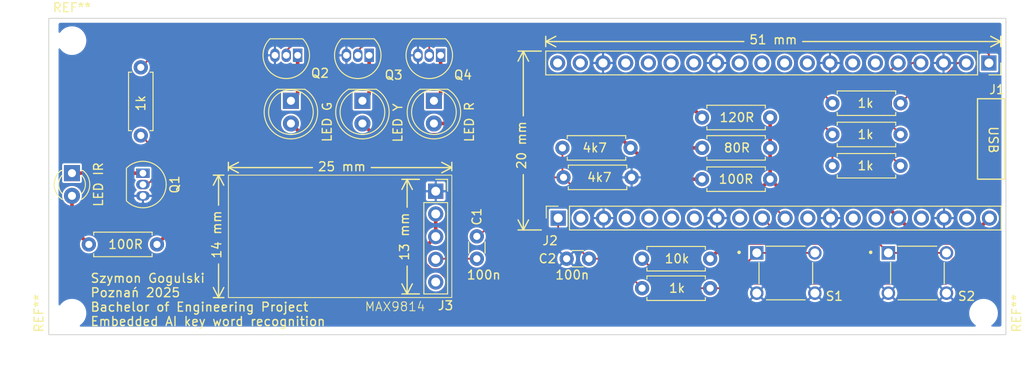
<source format=kicad_pcb>
(kicad_pcb (version 20221018) (generator pcbnew)
  (layers (0 "F.Cu" signal) (31 "B.Cu" signal) (34 "B.Paste" user) (35 "F.Paste" user) (36 "B.SilkS" user "B.Silkscreen") (37 "F.SilkS" user "F.Silkscreen") (38 "B.Mask" user) (39 "F.Mask" user) (44 "Edge.Cuts" user))
  (net 0 "")
  (net 1 "Net-(J3-Pin_4)")
  (net 2 "/ADC_0")
  (net 3 "/BUTTON")
  (net 4 "GND")
  (net 5 "Net-(D1-K)")
  (net 6 "Net-(D1-A)")
  (net 7 "Net-(D2-K)")
  (net 8 "Net-(D2-A)")
  (net 9 "Net-(D3-K)")
  (net 10 "Net-(D3-A)")
  (net 11 "Net-(D4-K)")
  (net 12 "Net-(D4-A)")
  (net 13 "/LED_IR")
  (net 14 "/LED_G")
  (net 15 "/LED_Y")
  (net 16 "/LED_R")
  (net 35 "/RUN")
  (net 39 "+3V3")
  (net 42 "+5V")
  (net 44 "Net-(Q1-B)")
  (net 45 "Net-(Q2-B)")
  (net 46 "Net-(Q3-B)")
  (net 47 "Net-(Q4-B)")
  (net 48 "Net-(R13-Pad1)")
  (footprint "Resistor_THT:R_Axial_DIN0207_L6.3mm_D2.5mm_P7.62mm_Horizontal" (layer "F.Cu") (at 182 64)
    (fp_text reference "100R" (at 3.81 0) (layer "F.SilkS"))
    (fp_text value "100R")
    (fp_line (start 0.54 -1.37) (end 7.08 -1.37) (stroke (width 0.12)) (layer "F.SilkS"))
    (fp_line (start 0.54 -1.04) (end 0.54 -1.37) (stroke (width 0.12)) (layer "F.SilkS"))
    (fp_line (start 0.54 1.04) (end 0.54 1.37) (stroke (width 0.12)) (layer "F.SilkS"))
    (fp_line (start 0.54 1.37) (end 7.08 1.37) (stroke (width 0.12)) (layer "F.SilkS"))
    (fp_line (start 7.08 -1.37) (end 7.08 -1.04) (stroke (width 0.12)) (layer "F.SilkS"))
    (fp_line (start 7.08 1.37) (end 7.08 1.04) (stroke (width 0.12)) (layer "F.SilkS"))
    (pad "1" thru_hole circle (at 0 0) (size 1.6 1.6) (drill 0.8) (layers "*.Cu" "*.Mask") (net 8 "Net-(D2-A)"))
    (pad "2" thru_hole oval (at 7.62 0) (size 1.6 1.6) (drill 0.8) (layers "*.Cu" "*.Mask") (net 39 "+3V3"))
  )
  (footprint "Capacitor_THT:C_Disc_D3.0mm_W1.6mm_P2.50mm" (layer "F.Cu") (at 156.8 72.9 90)
    (fp_text reference "C1" (at 4.7 0 90) (layer "F.SilkS"))
    (fp_text value "100n")
    (fp_line (start 0.621 -0.92) (end 1.879 -0.92) (stroke (width 0.12)) (layer "F.SilkS"))
    (fp_line (start 0.621 0.92) (end 1.879 0.92) (stroke (width 0.12)) (layer "F.SilkS"))
    (pad "1" thru_hole circle (at 0 0 90) (size 1.6 1.6) (drill 0.8) (layers "*.Cu" "*.Mask") (net 1 "Net-(J3-Pin_4)"))
    (pad "2" thru_hole circle (at 2.5 0 90) (size 1.6 1.6) (drill 0.8) (layers "*.Cu" "*.Mask") (net 2 "/ADC_0"))
  )
  (footprint "MountingHole:MountingHole_2.7mm" (layer "F.Cu") (at 111.5 48.5)
    (fp_text reference "REF**" (at 0 -3.7) (layer "F.SilkS"))
    (fp_text value "MountingHole_2.7mm")
    (pad "" np_thru_hole circle (at 0 0) (size 2.7 2.7) (drill 2.7) (layers "*.Cu" "*.Mask"))
  )
  (footprint "LED_THT:LED_D5.0mm" (layer "F.Cu") (at 152 55.23 -90)
    (fp_text reference "LED R" (at 2.37 -3.96 90) (layer "F.SilkS"))
    (fp_text value "LED_R")
    (fp_line (start -1.29 -1.545) (end -1.29 1.545) (stroke (width 0.12)) (layer "F.SilkS"))
    (fp_arc (start -1.29 -1.54483) (mid 2.072002 -2.880433) (end 4.26 0.000462) (stroke (width 0.12)) (layer "F.SilkS"))
    (fp_arc (start 4.26 -0.000462) (mid 2.072002 2.880433) (end -1.29 1.54483) (stroke (width 0.12)) (layer "F.SilkS"))
    (fp_circle (center 1.27 0) (end 3.77 0) (stroke (width 0.12)) (fill none) (layer "F.SilkS"))
    (pad "1" thru_hole rect (at 0 0 270) (size 1.8 1.8) (drill 0.9) (layers "*.Cu" "*.Mask") (net 11 "Net-(D4-K)"))
    (pad "2" thru_hole circle (at 2.54 0 270) (size 1.8 1.8) (drill 0.9) (layers "*.Cu" "*.Mask") (net 12 "Net-(D4-A)"))
  )
  (footprint "Resistor_THT:R_Axial_DIN0207_L6.3mm_D2.5mm_P7.62mm_Horizontal" (layer "F.Cu") (at 204.21 59 180)
    (fp_text reference "1k" (at 3.91 0) (layer "F.SilkS"))
    (fp_text value "1k")
    (fp_line (start 0.54 -1.37) (end 7.08 -1.37) (stroke (width 0.12)) (layer "F.SilkS"))
    (fp_line (start 0.54 -1.04) (end 0.54 -1.37) (stroke (width 0.12)) (layer "F.SilkS"))
    (fp_line (start 0.54 1.04) (end 0.54 1.37) (stroke (width 0.12)) (layer "F.SilkS"))
    (fp_line (start 0.54 1.37) (end 7.08 1.37) (stroke (width 0.12)) (layer "F.SilkS"))
    (fp_line (start 7.08 -1.37) (end 7.08 -1.04) (stroke (width 0.12)) (layer "F.SilkS"))
    (fp_line (start 7.08 1.37) (end 7.08 1.04) (stroke (width 0.12)) (layer "F.SilkS"))
    (pad "1" thru_hole circle (at 0 0 180) (size 1.6 1.6) (drill 0.8) (layers "*.Cu" "*.Mask") (net 15 "/LED_Y"))
    (pad "2" thru_hole oval (at 7.62 0 180) (size 1.6 1.6) (drill 0.8) (layers "*.Cu" "*.Mask") (net 46 "Net-(Q3-B)"))
  )
  (footprint "1825967-1:SW_1825967-1" (layer "F.Cu") (at 191.375 74.5)
    (fp_text reference "S1" (at 5.425 2.6) (layer "F.SilkS"))
    (fp_text value "1825967-1")
    (fp_line (start -3 1.17) (end -3 -1.17) (stroke (width 0.127)) (layer "F.SilkS"))
    (fp_line (start -2.17 3) (end 2.17 3) (stroke (width 0.127)) (layer "F.SilkS"))
    (fp_line (start 2.17 -3) (end -2.17 -3) (stroke (width 0.127)) (layer "F.SilkS"))
    (fp_line (start 3 -1.17) (end 3 1.17) (stroke (width 0.127)) (layer "F.SilkS"))
    (fp_circle (center -5.23 -2.312) (end -5.13 -2.312) (stroke (width 0.2)) (fill none) (layer "F.SilkS"))
    (pad "1" thru_hole rect (at -3.25 -2.25) (size 1.508 1.508) (drill 1) (layers "*.Cu" "*.Mask") (net 48 "Net-(R13-Pad1)"))
    (pad "2" thru_hole circle (at 3.25 -2.25) (size 1.508 1.508) (drill 1) (layers "*.Cu" "*.Mask") (net 48 "Net-(R13-Pad1)"))
    (pad "3" thru_hole circle (at -3.25 2.25) (size 1.508 1.508) (drill 1) (layers "*.Cu" "*.Mask") (net 4 "GND"))
    (pad "4" thru_hole circle (at 3.25 2.25) (size 1.508 1.508) (drill 1) (layers "*.Cu" "*.Mask") (net 4 "GND"))
  )
  (footprint "1825967-1:SW_1825967-1" (layer "F.Cu") (at 206.1 74.5)
    (fp_text reference "S2" (at 5.5 2.6) (layer "F.SilkS"))
    (fp_text value "1825967-1")
    (fp_line (start -3 1.17) (end -3 -1.17) (stroke (width 0.127)) (layer "F.SilkS"))
    (fp_line (start -2.17 3) (end 2.17 3) (stroke (width 0.127)) (layer "F.SilkS"))
    (fp_line (start 2.17 -3) (end -2.17 -3) (stroke (width 0.127)) (layer "F.SilkS"))
    (fp_line (start 3 -1.17) (end 3 1.17) (stroke (width 0.127)) (layer "F.SilkS"))
    (fp_circle (center -5.23 -2.312) (end -5.13 -2.312) (stroke (width 0.2)) (fill none) (layer "F.SilkS"))
    (pad "1" thru_hole rect (at -3.25 -2.25) (size 1.508 1.508) (drill 1) (layers "*.Cu" "*.Mask") (net 35 "/RUN"))
    (pad "2" thru_hole circle (at 3.25 -2.25) (size 1.508 1.508) (drill 1) (layers "*.Cu" "*.Mask") (net 35 "/RUN"))
    (pad "3" thru_hole circle (at -3.25 2.25) (size 1.508 1.508) (drill 1) (layers "*.Cu" "*.Mask") (net 4 "GND"))
    (pad "4" thru_hole circle (at 3.25 2.25) (size 1.508 1.508) (drill 1) (layers "*.Cu" "*.Mask") (net 4 "GND"))
  )
  (footprint "Resistor_THT:R_Axial_DIN0207_L6.3mm_D2.5mm_P7.62mm_Horizontal" (layer "F.Cu") (at 204.21 62.5 180)
    (fp_text reference "1k" (at 3.91 0) (layer "F.SilkS"))
    (fp_text value "1k")
    (fp_line (start 0.54 -1.37) (end 7.08 -1.37) (stroke (width 0.12)) (layer "F.SilkS"))
    (fp_line (start 0.54 -1.04) (end 0.54 -1.37) (stroke (width 0.12)) (layer "F.SilkS"))
    (fp_line (start 0.54 1.04) (end 0.54 1.37) (stroke (width 0.12)) (layer "F.SilkS"))
    (fp_line (start 0.54 1.37) (end 7.08 1.37) (stroke (width 0.12)) (layer "F.SilkS"))
    (fp_line (start 7.08 -1.37) (end 7.08 -1.04) (stroke (width 0.12)) (layer "F.SilkS"))
    (fp_line (start 7.08 1.37) (end 7.08 1.04) (stroke (width 0.12)) (layer "F.SilkS"))
    (pad "1" thru_hole circle (at 0 0 180) (size 1.6 1.6) (drill 0.8) (layers "*.Cu" "*.Mask") (net 16 "/LED_R"))
    (pad "2" thru_hole oval (at 7.62 0 180) (size 1.6 1.6) (drill 0.8) (layers "*.Cu" "*.Mask") (net 47 "Net-(Q4-B)"))
  )
  (footprint "Resistor_THT:R_Axial_DIN0207_L6.3mm_D2.5mm_P7.62mm_Horizontal" (layer "F.Cu") (at 113.39 71.3)
    (fp_text reference "100R" (at 4.11 0) (layer "F.SilkS"))
    (fp_text value "100R")
    (fp_line (start 0.54 -1.37) (end 7.08 -1.37) (stroke (width 0.12)) (layer "F.SilkS"))
    (fp_line (start 0.54 -1.04) (end 0.54 -1.37) (stroke (width 0.12)) (layer "F.SilkS"))
    (fp_line (start 0.54 1.04) (end 0.54 1.37) (stroke (width 0.12)) (layer "F.SilkS"))
    (fp_line (start 0.54 1.37) (end 7.08 1.37) (stroke (width 0.12)) (layer "F.SilkS"))
    (fp_line (start 7.08 -1.37) (end 7.08 -1.04) (stroke (width 0.12)) (layer "F.SilkS"))
    (fp_line (start 7.08 1.37) (end 7.08 1.04) (stroke (width 0.12)) (layer "F.SilkS"))
    (pad "1" thru_hole circle (at 0 0) (size 1.6 1.6) (drill 0.8) (layers "*.Cu" "*.Mask") (net 6 "Net-(D1-A)"))
    (pad "2" thru_hole oval (at 7.62 0) (size 1.6 1.6) (drill 0.8) (layers "*.Cu" "*.Mask") (net 39 "+3V3"))
  )
  (footprint "Package_TO_SOT_THT:TO-92_Inline" (layer "F.Cu") (at 136.75 50.14 180)
    (fp_text reference "Q2" (at -2.5 -2) (layer "F.SilkS"))
    (fp_text value "BC546")
    (fp_line (start -0.53 1.85) (end 3.07 1.85) (stroke (width 0.12)) (layer "F.SilkS"))
    (fp_arc (start -0.568478 1.838478) (mid -1.132087 -0.994977) (end 1.27 -2.6) (stroke (width 0.12)) (layer "F.SilkS"))
    (fp_arc (start 1.27 -2.6) (mid 3.672087 -0.994977) (end 3.108478 1.838478) (stroke (width 0.12)) (layer "F.SilkS"))
    (pad "1" thru_hole rect (at 0 0 180) (size 1.05 1.5) (drill 0.75) (layers "*.Cu" "*.Mask") (net 7 "Net-(D2-K)"))
    (pad "2" thru_hole oval (at 1.27 0 180) (size 1.05 1.5) (drill 0.75) (layers "*.Cu" "*.Mask") (net 45 "Net-(Q2-B)"))
    (pad "3" thru_hole oval (at 2.54 0 180) (size 1.05 1.5) (drill 0.75) (layers "*.Cu" "*.Mask") (net 4 "GND"))
  )
  (footprint "LED_THT:LED_D5.0mm" (layer "F.Cu") (at 136 55.23 -90)
    (fp_text reference "LED G" (at 2.37 -4.045 90) (layer "F.SilkS"))
    (fp_text value "LED_G")
    (fp_line (start -1.29 -1.545) (end -1.29 1.545) (stroke (width 0.12)) (layer "F.SilkS"))
    (fp_arc (start -1.29 -1.54483) (mid 2.072002 -2.880433) (end 4.26 0.000462) (stroke (width 0.12)) (layer "F.SilkS"))
    (fp_arc (start 4.26 -0.000462) (mid 2.072002 2.880433) (end -1.29 1.54483) (stroke (width 0.12)) (layer "F.SilkS"))
    (fp_circle (center 1.27 0) (end 3.77 0) (stroke (width 0.12)) (fill none) (layer "F.SilkS"))
    (pad "1" thru_hole rect (at 0 0 270) (size 1.8 1.8) (drill 0.9) (layers "*.Cu" "*.Mask") (net 7 "Net-(D2-K)"))
    (pad "2" thru_hole circle (at 2.54 0 270) (size 1.8 1.8) (drill 0.9) (layers "*.Cu" "*.Mask") (net 8 "Net-(D2-A)"))
  )
  (footprint "Resistor_THT:R_Axial_DIN0207_L6.3mm_D2.5mm_P7.62mm_Horizontal" (layer "F.Cu") (at 175.29 76.2)
    (fp_text reference "1k" (at 3.91 0) (layer "F.SilkS"))
    (fp_text value "1k")
    (fp_line (start 0.54 -1.37) (end 7.08 -1.37) (stroke (width 0.12)) (layer "F.SilkS"))
    (fp_line (start 0.54 -1.04) (end 0.54 -1.37) (stroke (width 0.12)) (layer "F.SilkS"))
    (fp_line (start 0.54 1.04) (end 0.54 1.37) (stroke (width 0.12)) (layer "F.SilkS"))
    (fp_line (start 0.54 1.37) (end 7.08 1.37) (stroke (width 0.12)) (layer "F.SilkS"))
    (fp_line (start 7.08 -1.37) (end 7.08 -1.04) (stroke (width 0.12)) (layer "F.SilkS"))
    (fp_line (start 7.08 1.37) (end 7.08 1.04) (stroke (width 0.12)) (layer "F.SilkS"))
    (pad "1" thru_hole circle (at 0 0) (size 1.6 1.6) (drill 0.8) (layers "*.Cu" "*.Mask") (net 3 "/BUTTON"))
    (pad "2" thru_hole oval (at 7.62 0) (size 1.6 1.6) (drill 0.8) (layers "*.Cu" "*.Mask") (net 48 "Net-(R13-Pad1)"))
  )
  (footprint "MountingHole:MountingHole_2.7mm" (layer "F.Cu") (at 111.5 79 90)
    (fp_text reference "REF**" (at 0 -3.7 90) (layer "F.SilkS"))
    (fp_text value "MountingHole_2.7mm")
    (pad "" np_thru_hole circle (at 0 0 90) (size 2.7 2.7) (drill 2.7) (layers "F&B.Cu" "*.Mask"))
  )
  (footprint "Resistor_THT:R_Axial_DIN0207_L6.3mm_D2.5mm_P7.62mm_Horizontal" (layer "F.Cu") (at 119.2 51.49 -90)
    (fp_text reference "1k" (at 4.01 0 90) (layer "F.SilkS"))
    (fp_text value "1k")
    (fp_line (start 0.54 -1.37) (end 7.08 -1.37) (stroke (width 0.12)) (layer "F.SilkS"))
    (fp_line (start 0.54 -1.04) (end 0.54 -1.37) (stroke (width 0.12)) (layer "F.SilkS"))
    (fp_line (start 0.54 1.04) (end 0.54 1.37) (stroke (width 0.12)) (layer "F.SilkS"))
    (fp_line (start 0.54 1.37) (end 7.08 1.37) (stroke (width 0.12)) (layer "F.SilkS"))
    (fp_line (start 7.08 -1.37) (end 7.08 -1.04) (stroke (width 0.12)) (layer "F.SilkS"))
    (fp_line (start 7.08 1.37) (end 7.08 1.04) (stroke (width 0.12)) (layer "F.SilkS"))
    (pad "1" thru_hole circle (at 0 0 270) (size 1.6 1.6) (drill 0.8) (layers "*.Cu" "*.Mask") (net 13 "/LED_IR"))
    (pad "2" thru_hole oval (at 7.62 0 270) (size 1.6 1.6) (drill 0.8) (layers "*.Cu" "*.Mask") (net 44 "Net-(Q1-B)"))
  )
  (footprint "Resistor_THT:R_Axial_DIN0207_L6.3mm_D2.5mm_P7.62mm_Horizontal" (layer "F.Cu") (at 204.21 55.5 180)
    (fp_text reference "1k" (at 3.91 0) (layer "F.SilkS"))
    (fp_text value "1k")
    (fp_line (start 0.54 -1.37) (end 7.08 -1.37) (stroke (width 0.12)) (layer "F.SilkS"))
    (fp_line (start 0.54 -1.04) (end 0.54 -1.37) (stroke (width 0.12)) (layer "F.SilkS"))
    (fp_line (start 0.54 1.04) (end 0.54 1.37) (stroke (width 0.12)) (layer "F.SilkS"))
    (fp_line (start 0.54 1.37) (end 7.08 1.37) (stroke (width 0.12)) (layer "F.SilkS"))
    (fp_line (start 7.08 -1.37) (end 7.08 -1.04) (stroke (width 0.12)) (layer "F.SilkS"))
    (fp_line (start 7.08 1.37) (end 7.08 1.04) (stroke (width 0.12)) (layer "F.SilkS"))
    (pad "1" thru_hole circle (at 0 0 180) (size 1.6 1.6) (drill 0.8) (layers "*.Cu" "*.Mask") (net 14 "/LED_G"))
    (pad "2" thru_hole oval (at 7.62 0 180) (size 1.6 1.6) (drill 0.8) (layers "*.Cu" "*.Mask") (net 45 "Net-(Q2-B)"))
  )
  (footprint "Package_TO_SOT_THT:TO-92_Inline" (layer "F.Cu") (at 144.75 50.14 180)
    (fp_text reference "Q3" (at -2.745 -2.2) (layer "F.SilkS"))
    (fp_text value "BC546")
    (fp_line (start -0.53 1.85) (end 3.07 1.85) (stroke (width 0.12)) (layer "F.SilkS"))
    (fp_arc (start -0.568478 1.838478) (mid -1.132087 -0.994977) (end 1.27 -2.6) (stroke (width 0.12)) (layer "F.SilkS"))
    (fp_arc (start 1.27 -2.6) (mid 3.672087 -0.994977) (end 3.108478 1.838478) (stroke (width 0.12)) (layer "F.SilkS"))
    (pad "1" thru_hole rect (at 0 0 180) (size 1.05 1.5) (drill 0.75) (layers "*.Cu" "*.Mask") (net 9 "Net-(D3-K)"))
    (pad "2" thru_hole oval (at 1.27 0 180) (size 1.05 1.5) (drill 0.75) (layers "*.Cu" "*.Mask") (net 46 "Net-(Q3-B)"))
    (pad "3" thru_hole oval (at 2.54 0 180) (size 1.05 1.5) (drill 0.75) (layers "*.Cu" "*.Mask") (net 4 "GND"))
  )
  (footprint "Resistor_THT:R_Axial_DIN0207_L6.3mm_D2.5mm_P7.62mm_Horizontal" (layer "F.Cu") (at 174 60.5 180)
    (fp_text reference "4k7" (at 4.01 0) (layer "F.SilkS"))
    (fp_text value "4k7")
    (fp_line (start 0.54 -1.37) (end 7.08 -1.37) (stroke (width 0.12)) (layer "F.SilkS"))
    (fp_line (start 0.54 -1.04) (end 0.54 -1.37) (stroke (width 0.12)) (layer "F.SilkS"))
    (fp_line (start 0.54 1.04) (end 0.54 1.37) (stroke (width 0.12)) (layer "F.SilkS"))
    (fp_line (start 0.54 1.37) (end 7.08 1.37) (stroke (width 0.12)) (layer "F.SilkS"))
    (fp_line (start 7.08 -1.37) (end 7.08 -1.04) (stroke (width 0.12)) (layer "F.SilkS"))
    (fp_line (start 7.08 1.37) (end 7.08 1.04) (stroke (width 0.12)) (layer "F.SilkS"))
    (pad "1" thru_hole circle (at 0 0 180) (size 1.6 1.6) (drill 0.8) (layers "*.Cu" "*.Mask") (net 39 "+3V3"))
    (pad "2" thru_hole oval (at 7.62 0 180) (size 1.6 1.6) (drill 0.8) (layers "*.Cu" "*.Mask") (net 2 "/ADC_0"))
  )
  (footprint "Package_TO_SOT_THT:TO-92_Inline" (layer "F.Cu") (at 152.75 50.14 180)
    (fp_text reference "Q4" (at -2.495 -2.2) (layer "F.SilkS"))
    (fp_text value "BC546")
    (fp_line (start -0.53 1.85) (end 3.07 1.85) (stroke (width 0.12)) (layer "F.SilkS"))
    (fp_arc (start -0.568478 1.838478) (mid -1.132087 -0.994977) (end 1.27 -2.6) (stroke (width 0.12)) (layer "F.SilkS"))
    (fp_arc (start 1.27 -2.6) (mid 3.672087 -0.994977) (end 3.108478 1.838478) (stroke (width 0.12)) (layer "F.SilkS"))
    (pad "1" thru_hole rect (at 0 0 180) (size 1.05 1.5) (drill 0.75) (layers "*.Cu" "*.Mask") (net 11 "Net-(D4-K)"))
    (pad "2" thru_hole oval (at 1.27 0 180) (size 1.05 1.5) (drill 0.75) (layers "*.Cu" "*.Mask") (net 47 "Net-(Q4-B)"))
    (pad "3" thru_hole oval (at 2.54 0 180) (size 1.05 1.5) (drill 0.75) (layers "*.Cu" "*.Mask") (net 4 "GND"))
  )
  (footprint "Connector_PinSocket_2.54mm:PinSocket_1x20_P2.54mm_Vertical" (layer "F.Cu") (at 214.1 51 -90)
    (fp_text reference "J1" (at 2.975 -0.9 -180) (layer "F.SilkS"))
    (fp_text value "Conn_01x20")
    (fp_line (start -1.33 1.27) (end -1.33 49.59) (stroke (width 0.12)) (layer "F.SilkS"))
    (fp_line (start -1.33 1.27) (end 1.33 1.27) (stroke (width 0.12)) (layer "F.SilkS"))
    (fp_line (start -1.33 49.59) (end 1.33 49.59) (stroke (width 0.12)) (layer "F.SilkS"))
    (fp_line (start 0 -1.33) (end 1.33 -1.33) (stroke (width 0.12)) (layer "F.SilkS"))
    (fp_line (start 1.33 -1.33) (end 1.33 0) (stroke (width 0.12)) (layer "F.SilkS"))
    (fp_line (start 1.33 1.27) (end 1.33 49.59) (stroke (width 0.12)) (layer "F.SilkS"))
    (pad "1" thru_hole rect (at 0 0 270) (size 1.7 1.7) (drill 1) (layers "*.Cu" "*.Mask") (net 13 "/LED_IR"))
    (pad "2" thru_hole oval (at 0 2.54 270) (size 1.7 1.7) (drill 1) (layers "*.Cu" "*.Mask") (net 14 "/LED_G"))
    (pad "3" thru_hole oval (at 0 5.08 270) (size 1.7 1.7) (drill 1) (layers "*.Cu" "*.Mask") (net 4 "GND"))
    (pad "4" thru_hole oval (at 0 7.62 270) (size 1.7 1.7) (drill 1) (layers "*.Cu" "*.Mask") (net 15 "/LED_Y"))
    (pad "5" thru_hole oval (at 0 10.16 270) (size 1.7 1.7) (drill 1) (layers "*.Cu" "*.Mask") (net 16 "/LED_R"))
    (pad "6" thru_hole oval (at 0 12.7 270) (size 1.7 1.7) (drill 1) (layers "*.Cu" "*.Mask"))
    (pad "7" thru_hole oval (at 0 15.24 270) (size 1.7 1.7) (drill 1) (layers "*.Cu" "*.Mask"))
    (pad "8" thru_hole oval (at 0 17.78 270) (size 1.7 1.7) (drill 1) (layers "*.Cu" "*.Mask") (net 4 "GND"))
    (pad "9" thru_hole oval (at 0 20.32 270) (size 1.7 1.7) (drill 1) (layers "*.Cu" "*.Mask"))
    (pad "10" thru_hole oval (at 0 22.86 270) (size 1.7 1.7) (drill 1) (layers "*.Cu" "*.Mask"))
    (pad "11" thru_hole oval (at 0 25.4 270) (size 1.7 1.7) (drill 1) (layers "*.Cu" "*.Mask"))
    (pad "12" thru_hole oval (at 0 27.94 270) (size 1.7 1.7) (drill 1) (layers "*.Cu" "*.Mask"))
    (pad "13" thru_hole oval (at 0 30.48 270) (size 1.7 1.7) (drill 1) (layers "*.Cu" "*.Mask") (net 4 "GND"))
    (pad "14" thru_hole oval (at 0 33.02 270) (size 1.7 1.7) (drill 1) (layers "*.Cu" "*.Mask"))
    (pad "15" thru_hole oval (at 0 35.56 270) (size 1.7 1.7) (drill 1) (layers "*.Cu" "*.Mask"))
    (pad "16" thru_hole oval (at 0 38.1 270) (size 1.7 1.7) (drill 1) (layers "*.Cu" "*.Mask"))
    (pad "17" thru_hole oval (at 0 40.64 270) (size 1.7 1.7) (drill 1) (layers "*.Cu" "*.Mask"))
    (pad "18" thru_hole oval (at 0 43.18 270) (size 1.7 1.7) (drill 1) (layers "*.Cu" "*.Mask") (net 4 "GND"))
    (pad "19" thru_hole oval (at 0 45.72 270) (size 1.7 1.7) (drill 1) (layers "*.Cu" "*.Mask"))
    (pad "20" thru_hole oval (at 0 48.26 270) (size 1.7 1.7) (drill 1) (layers "*.Cu" "*.Mask"))
  )
  (footprint "Resistor_THT:R_Axial_DIN0207_L6.3mm_D2.5mm_P7.62mm_Horizontal" (layer "F.Cu") (at 182 60.5)
    (fp_text reference "80R" (at 3.91 0) (layer "F.SilkS"))
    (fp_text value "80R")
    (fp_line (start 0.54 -1.37) (end 7.08 -1.37) (stroke (width 0.12)) (layer "F.SilkS"))
    (fp_line (start 0.54 -1.04) (end 0.54 -1.37) (stroke (width 0.12)) (layer "F.SilkS"))
    (fp_line (start 0.54 1.04) (end 0.54 1.37) (stroke (width 0.12)) (layer "F.SilkS"))
    (fp_line (start 0.54 1.37) (end 7.08 1.37) (stroke (width 0.12)) (layer "F.SilkS"))
    (fp_line (start 7.08 -1.37) (end 7.08 -1.04) (stroke (width 0.12)) (layer "F.SilkS"))
    (fp_line (start 7.08 1.37) (end 7.08 1.04) (stroke (width 0.12)) (layer "F.SilkS"))
    (pad "1" thru_hole circle (at 0 0) (size 1.6 1.6) (drill 0.8) (layers "*.Cu" "*.Mask") (net 10 "Net-(D3-A)"))
    (pad "2" thru_hole oval (at 7.62 0) (size 1.6 1.6) (drill 0.8) (layers "*.Cu" "*.Mask") (net 39 "+3V3"))
  )
  (footprint "LED_THT:LED_D5.0mm" (layer "F.Cu") (at 144 55.23 -90)
    (fp_text reference "LED Y" (at 2.47 -3.96 90) (layer "F.SilkS"))
    (fp_text value "LED_Y")
    (fp_line (start -1.29 -1.545) (end -1.29 1.545) (stroke (width 0.12)) (layer "F.SilkS"))
    (fp_arc (start -1.29 -1.54483) (mid 2.072002 -2.880433) (end 4.26 0.000462) (stroke (width 0.12)) (layer "F.SilkS"))
    (fp_arc (start 4.26 -0.000462) (mid 2.072002 2.880433) (end -1.29 1.54483) (stroke (width 0.12)) (layer "F.SilkS"))
    (fp_circle (center 1.27 0) (end 3.77 0) (stroke (width 0.12)) (fill none) (layer "F.SilkS"))
    (pad "1" thru_hole rect (at 0 0 270) (size 1.8 1.8) (drill 0.9) (layers "*.Cu" "*.Mask") (net 9 "Net-(D3-K)"))
    (pad "2" thru_hole circle (at 2.54 0 270) (size 1.8 1.8) (drill 0.9) (layers "*.Cu" "*.Mask") (net 10 "Net-(D3-A)"))
  )
  (footprint "Connector_PinSocket_2.54mm:PinSocket_1x20_P2.54mm_Vertical" (layer "F.Cu") (at 165.9 68.355 90)
    (fp_text reference "J2" (at -2.525 -0.9) (layer "F.SilkS"))
    (fp_text value "Conn_01x20")
    (fp_line (start -1.33 1.27) (end -1.33 49.59) (stroke (width 0.12)) (layer "F.SilkS"))
    (fp_line (start -1.33 1.27) (end 1.33 1.27) (stroke (width 0.12)) (layer "F.SilkS"))
    (fp_line (start -1.33 49.59) (end 1.33 49.59) (stroke (width 0.12)) (layer "F.SilkS"))
    (fp_line (start 0 -1.33) (end 1.33 -1.33) (stroke (width 0.12)) (layer "F.SilkS"))
    (fp_line (start 1.33 -1.33) (end 1.33 0) (stroke (width 0.12)) (layer "F.SilkS"))
    (fp_line (start 1.33 1.27) (end 1.33 49.59) (stroke (width 0.12)) (layer "F.SilkS"))
    (pad "1" thru_hole rect (at 0 0 90) (size 1.7 1.7) (drill 1) (layers "*.Cu" "*.Mask") (net 3 "/BUTTON"))
    (pad "2" thru_hole oval (at 0 2.54 90) (size 1.7 1.7) (drill 1) (layers "*.Cu" "*.Mask"))
    (pad "3" thru_hole oval (at 0 5.08 90) (size 1.7 1.7) (drill 1) (layers "*.Cu" "*.Mask") (net 4 "GND"))
    (pad "4" thru_hole oval (at 0 7.62 90) (size 1.7 1.7) (drill 1) (layers "*.Cu" "*.Mask"))
    (pad "5" thru_hole oval (at 0 10.16 90) (size 1.7 1.7) (drill 1) (layers "*.Cu" "*.Mask"))
    (pad "6" thru_hole oval (at 0 12.7 90) (size 1.7 1.7) (drill 1) (layers "*.Cu" "*.Mask"))
    (pad "7" thru_hole oval (at 0 15.24 90) (size 1.7 1.7) (drill 1) (layers "*.Cu" "*.Mask"))
    (pad "8" thru_hole oval (at 0 17.78 90) (size 1.7 1.7) (drill 1) (layers "*.Cu" "*.Mask") (net 4 "GND"))
    (pad "9" thru_hole oval (at 0 20.32 90) (size 1.7 1.7) (drill 1) (layers "*.Cu" "*.Mask"))
    (pad "10" thru_hole oval (at 0 22.86 90) (size 1.7 1.7) (drill 1) (layers "*.Cu" "*.Mask") (net 35 "/RUN"))
    (pad "11" thru_hole oval (at 0 25.4 90) (size 1.7 1.7) (drill 1) (layers "*.Cu" "*.Mask") (net 2 "/ADC_0"))
    (pad "12" thru_hole oval (at 0 27.94 90) (size 1.7 1.7) (drill 1) (layers "*.Cu" "*.Mask"))
    (pad "13" thru_hole oval (at 0 30.48 90) (size 1.7 1.7) (drill 1) (layers "*.Cu" "*.Mask") (net 4 "GND"))
    (pad "14" thru_hole oval (at 0 33.02 90) (size 1.7 1.7) (drill 1) (layers "*.Cu" "*.Mask"))
    (pad "15" thru_hole oval (at 0 35.56 90) (size 1.7 1.7) (drill 1) (layers "*.Cu" "*.Mask"))
    (pad "16" thru_hole oval (at 0 38.1 90) (size 1.7 1.7) (drill 1) (layers "*.Cu" "*.Mask") (net 39 "+3V3"))
    (pad "17" thru_hole oval (at 0 40.64 90) (size 1.7 1.7) (drill 1) (layers "*.Cu" "*.Mask"))
    (pad "18" thru_hole oval (at 0 43.18 90) (size 1.7 1.7) (drill 1) (layers "*.Cu" "*.Mask") (net 4 "GND"))
    (pad "19" thru_hole oval (at 0 45.72 90) (size 1.7 1.7) (drill 1) (layers "*.Cu" "*.Mask"))
    (pad "20" thru_hole oval (at 0 48.26 90) (size 1.7 1.7) (drill 1) (layers "*.Cu" "*.Mask") (net 42 "+5V"))
  )
  (footprint "Package_TO_SOT_THT:TO-92_Inline" (layer "F.Cu") (at 119.44 63.33 -90)
    (fp_text reference "Q1" (at 1.27 -3.56 90) (layer "F.SilkS"))
    (fp_text value "BC546")
    (fp_line (start -0.53 1.85) (end 3.07 1.85) (stroke (width 0.12)) (layer "F.SilkS"))
    (fp_arc (start -0.568478 1.838478) (mid -1.132087 -0.994977) (end 1.27 -2.6) (stroke (width 0.12)) (layer "F.SilkS"))
    (fp_arc (start 1.27 -2.6) (mid 3.672087 -0.994977) (end 3.108478 1.838478) (stroke (width 0.12)) (layer "F.SilkS"))
    (pad "1" thru_hole rect (at 0 0 270) (size 1.05 1.5) (drill 0.75) (layers "*.Cu" "*.Mask") (net 5 "Net-(D1-K)"))
    (pad "2" thru_hole oval (at 1.27 0 270) (size 1.05 1.5) (drill 0.75) (layers "*.Cu" "*.Mask") (net 44 "Net-(Q1-B)"))
    (pad "3" thru_hole oval (at 2.54 0 270) (size 1.05 1.5) (drill 0.75) (layers "*.Cu" "*.Mask") (net 4 "GND"))
  )
  (footprint "Resistor_THT:R_Axial_DIN0207_L6.3mm_D2.5mm_P7.62mm_Horizontal" (layer "F.Cu") (at 166.5 63.8)
    (fp_text reference "4k7" (at 4.01 0) (layer "F.SilkS"))
    (fp_text value "4k7")
    (fp_line (start 0.54 -1.37) (end 7.08 -1.37) (stroke (width 0.12)) (layer "F.SilkS"))
    (fp_line (start 0.54 -1.04) (end 0.54 -1.37) (stroke (width 0.12)) (layer "F.SilkS"))
    (fp_line (start 0.54 1.04) (end 0.54 1.37) (stroke (width 0.12)) (layer "F.SilkS"))
    (fp_line (start 0.54 1.37) (end 7.08 1.37) (stroke (width 0.12)) (layer "F.SilkS"))
    (fp_line (start 7.08 -1.37) (end 7.08 -1.04) (stroke (width 0.12)) (layer "F.SilkS"))
    (fp_line (start 7.08 1.37) (end 7.08 1.04) (stroke (width 0.12)) (layer "F.SilkS"))
    (pad "1" thru_hole circle (at 0 0) (size 1.6 1.6) (drill 0.8) (layers "*.Cu" "*.Mask") (net 2 "/ADC_0"))
    (pad "2" thru_hole oval (at 7.62 0) (size 1.6 1.6) (drill 0.8) (layers "*.Cu" "*.Mask") (net 4 "GND"))
  )
  (footprint "MountingHole:MountingHole_2.7mm" (layer "F.Cu") (at 213.5 79 -90)
    (fp_text reference "REF**" (at 0 -3.7 90) (layer "F.SilkS"))
    (fp_text value "MountingHole_2.7mm")
    (pad "" np_thru_hole circle (at 0 0 270) (size 2.7 2.7) (drill 2.7) (layers "F&B.Cu" "*.Mask"))
  )
  (footprint "LED_THT:LED_D3.0mm" (layer "F.Cu") (at 111.5 63.325 -90)
    (fp_text reference "LED IR" (at 1.27 -2.96 90) (layer "F.SilkS"))
    (fp_text value "LED_IR")
    (fp_line (start -0.29 -1.236) (end -0.29 -1.08) (stroke (width 0.12)) (layer "F.SilkS"))
    (fp_line (start -0.29 1.08) (end -0.29 1.236) (stroke (width 0.12)) (layer "F.SilkS"))
    (fp_arc (start -0.29 -1.235516) (mid 1.366487 -1.987659) (end 2.942335 -1.078608) (stroke (width 0.12)) (layer "F.SilkS"))
    (fp_arc (start 0.229039 -1.08) (mid 1.270117 -1.5) (end 2.31113 -1.079837) (stroke (width 0.12)) (layer "F.SilkS"))
    (fp_arc (start 2.31113 1.079837) (mid 1.270117 1.5) (end 0.229039 1.08) (stroke (width 0.12)) (layer "F.SilkS"))
    (fp_arc (start 2.942335 1.078608) (mid 1.366487 1.987659) (end -0.29 1.235516) (stroke (width 0.12)) (layer "F.SilkS"))
    (pad "1" thru_hole rect (at 0 0 270) (size 1.8 1.8) (drill 0.9) (layers "*.Cu" "*.Mask") (net 5 "Net-(D1-K)"))
    (pad "2" thru_hole circle (at 2.54 0 270) (size 1.8 1.8) (drill 0.9) (layers "*.Cu" "*.Mask") (net 6 "Net-(D1-A)"))
  )
  (footprint "Resistor_THT:R_Axial_DIN0207_L6.3mm_D2.5mm_P7.62mm_Horizontal" (layer "F.Cu") (at 182 57.1)
    (fp_text reference "120R" (at 3.91 0) (layer "F.SilkS"))
    (fp_text value "120R")
    (fp_line (start 0.54 -1.37) (end 7.08 -1.37) (stroke (width 0.12)) (layer "F.SilkS"))
    (fp_line (start 0.54 -1.04) (end 0.54 -1.37) (stroke (width 0.12)) (layer "F.SilkS"))
    (fp_line (start 0.54 1.04) (end 0.54 1.37) (stroke (width 0.12)) (layer "F.SilkS"))
    (fp_line (start 0.54 1.37) (end 7.08 1.37) (stroke (width 0.12)) (layer "F.SilkS"))
    (fp_line (start 7.08 -1.37) (end 7.08 -1.04) (stroke (width 0.12)) (layer "F.SilkS"))
    (fp_line (start 7.08 1.37) (end 7.08 1.04) (stroke (width 0.12)) (layer "F.SilkS"))
    (pad "1" thru_hole circle (at 0 0) (size 1.6 1.6) (drill 0.8) (layers "*.Cu" "*.Mask") (net 12 "Net-(D4-A)"))
    (pad "2" thru_hole oval (at 7.62 0) (size 1.6 1.6) (drill 0.8) (layers "*.Cu" "*.Mask") (net 39 "+3V3"))
  )
  (footprint "Resistor_THT:R_Axial_DIN0207_L6.3mm_D2.5mm_P7.62mm_Horizontal" (layer "F.Cu") (at 175.29 72.9)
    (fp_text reference "10k" (at 3.91 0) (layer "F.SilkS"))
    (fp_text value "10k")
    (fp_line (start 0.54 -1.37) (end 7.08 -1.37) (stroke (width 0.12)) (layer "F.SilkS"))
    (fp_line (start 0.54 -1.04) (end 0.54 -1.37) (stroke (width 0.12)) (layer "F.SilkS"))
    (fp_line (start 0.54 1.04) (end 0.54 1.37) (stroke (width 0.12)) (layer "F.SilkS"))
    (fp_line (start 0.54 1.37) (end 7.08 1.37) (stroke (width 0.12)) (layer "F.SilkS"))
    (fp_line (start 7.08 -1.37) (end 7.08 -1.04) (stroke (width 0.12)) (layer "F.SilkS"))
    (fp_line (start 7.08 1.37) (end 7.08 1.04) (stroke (width 0.12)) (layer "F.SilkS"))
    (pad "1" thru_hole circle (at 0 0) (size 1.6 1.6) (drill 0.8) (layers "*.Cu" "*.Mask") (net 48 "Net-(R13-Pad1)"))
    (pad "2" thru_hole oval (at 7.62 0) (size 1.6 1.6) (drill 0.8) (layers "*.Cu" "*.Mask") (net 39 "+3V3"))
  )
  (footprint "Capacitor_THT:C_Disc_D3.0mm_W1.6mm_P2.50mm" (layer "F.Cu") (at 169.35 72.9 180)
    (fp_text reference "C2" (at 4.65 0) (layer "F.SilkS"))
    (fp_text value "100n")
    (fp_line (start 0.621 -0.92) (end 1.879 -0.92) (stroke (width 0.12)) (layer "F.SilkS"))
    (fp_line (start 0.621 0.92) (end 1.879 0.92) (stroke (width 0.12)) (layer "F.SilkS"))
    (pad "1" thru_hole circle (at 0 0 180) (size 1.6 1.6) (drill 0.8) (layers "*.Cu" "*.Mask") (net 3 "/BUTTON"))
    (pad "2" thru_hole circle (at 2.5 0 180) (size 1.6 1.6) (drill 0.8) (layers "*.Cu" "*.Mask") (net 4 "GND"))
  )
  (footprint "Connector_PinSocket_2.54mm:PinSocket_1x05_P2.54mm_Vertical" (layer "F.Cu") (at 152.2 65.35)
    (fp_text reference "J3" (at 1.1 12.8) (layer "F.SilkS"))
    (fp_text value "Conn_01x05")
    (fp_text user "MAX9814" (at -8 13.5 unlocked) (layer "F.SilkS") (effects (font (thickness 0.1)) (justify left bottom)))
    (fp_line (start -1.33 1.27) (end -1.33 11.49) (stroke (width 0.12)) (layer "F.SilkS"))
    (fp_line (start -1.33 1.27) (end 1.33 1.27) (stroke (width 0.12)) (layer "F.SilkS"))
    (fp_line (start -1.33 11.49) (end 1.33 11.49) (stroke (width 0.12)) (layer "F.SilkS"))
    (fp_line (start 0 -1.33) (end 1.33 -1.33) (stroke (width 0.12)) (layer "F.SilkS"))
    (fp_line (start 1.33 -1.33) (end 1.33 0) (stroke (width 0.12)) (layer "F.SilkS"))
    (fp_line (start 1.33 1.27) (end 1.33 11.49) (stroke (width 0.12)) (layer "F.SilkS"))
    (fp_rect (start -23.2 -1.8) (end 1.8 11.9) (stroke (width 0.1)) (fill none) (layer "F.SilkS"))
    (pad "1" thru_hole rect (at 0 0) (size 1.7 1.7) (drill 1) (layers "*.Cu" "*.Mask") (net 4 "GND"))
    (pad "2" thru_hole oval (at 0 2.54) (size 1.7 1.7) (drill 1) (layers "*.Cu" "*.Mask") (net 42 "+5V"))
    (pad "3" thru_hole oval (at 0 5.08) (size 1.7 1.7) (drill 1) (layers "*.Cu" "*.Mask") (net 42 "+5V"))
    (pad "4" thru_hole oval (at 0 7.62) (size 1.7 1.7) (drill 1) (layers "*.Cu" "*.Mask") (net 1 "Net-(J3-Pin_4)"))
    (pad "5" thru_hole oval (at 0 10.16) (size 1.7 1.7) (drill 1) (layers "*.Cu" "*.Mask"))
  )
  (gr_rect (start 212.8246 55) (end 215.85 64) (stroke (width 0.15)) (fill none) (layer "F.SilkS"))
  (gr_rect (start 108.9 46) (end 216 81.4) (stroke (width 0.1)) (fill none) (layer "Edge.Cuts"))
  (gr_text "100n" (at 155.6 75.3) (layer "F.SilkS") (effects (font (size 1 1)) (justify left bottom)))
  (gr_text "USB" (at 214 58 -90) (layer "F.SilkS") (effects (font (size 1 1)) (justify left bottom)))
  (gr_text "100n" (at 165.5 75.3) (layer "F.SilkS") (effects (font (size 1 1)) (justify left bottom)))
  (gr_text "Szymon Gogulski	\nPoznań 2025\nBachelor of Engineering Project\nEmbedded AI key word recognition\n" (at 113.5 80.5) (layer "F.SilkS") (effects (font (size 1 1)) (justify left bottom)))
  (dimension (type aligned) (layer "F.SilkS") (pts (xy 154 63.55) (xy 129 63.55)) (height 0.849999) (gr_text "25 mm" (at 141.7 62.6) (layer "F.SilkS") (effects (font (size 1 1) (thickness 0.15)))) (format (prefix "") (suffix "") (units 3) (units_format 1) (precision 4) (override_value "25")) (style (thickness 0.15) (arrow_length 1.27) (text_position_mode 2) (extension_height 0.58642) (extension_offset 0.5) keep_text_aligned))
  (dimension (type aligned) (layer "F.SilkS") (pts (xy 150.87 64.02) (xy 150.87 76.84)) (height 1.869999) (gr_text "13 mm" (at 148.7 70.43 90) (layer "F.SilkS") (effects (font (size 1 1) (thickness 0.15)))) (format (prefix "") (suffix "") (units 3) (units_format 1) (precision 4) (override_value "13")) (style (thickness 0.15) (arrow_length 1.27) (text_position_mode 2) (extension_height 0.58642) (extension_offset 0.5) keep_text_aligned))
  (dimension (type aligned) (layer "F.SilkS") (pts (xy 164.51 69.685) (xy 164.51 49.67)) (height -2.51) (gr_text "20 mm" (at 161.8 60.2 90) (layer "F.SilkS") (effects (font (size 1 1) (thickness 0.15)))) (format (prefix "") (suffix "") (units 3) (units_format 1) (precision 4) (override_value "20")) (style (thickness 0.15) (arrow_length 1.27) (text_position_mode 2) (extension_height 0.58642) (extension_offset 0.5) keep_text_aligned))
  (dimension (type aligned) (layer "F.SilkS") (pts (xy 215.43 49.67) (xy 164.51 49.67)) (height 1.069999) (gr_text "51 mm" (at 189.97 48.4) (layer "F.SilkS") (effects (font (size 1 1) (thickness 0.15)))) (format (prefix "") (suffix "") (units 3) (units_format 1) (precision 4) (override_value "51")) (style (thickness 0.15) (arrow_length 1.27) (text_position_mode 2) (extension_height 0.58642) (extension_offset 0.5) keep_text_aligned))
  (dimension (type aligned) (layer "F.SilkS") (pts (xy 129 77.25) (xy 129 63.55)) (height -1.1) (gr_text "14 mm" (at 127.7 70.2 90) (layer "F.SilkS") (effects (font (size 1 1) (thickness 0.15)))) (format (prefix "") (suffix "") (units 3) (units_format 1) (precision 4) (override_value "14")) (style (thickness 0.15) (arrow_length 1.27) (text_position_mode 2) (extension_height 0.58642) (extension_offset 0.5) keep_text_aligned))
  (segment (start 152.27 72.9) (end 152.2 72.97) (width 0.2) (layer "F.Cu") (net 1))
  (segment (start 156.8 72.9) (end 152.27 72.9) (width 0.2) (layer "F.Cu") (net 1))
  (segment (start 156.99 70.4) (end 156.8 70.4) (width 0.2) (layer "F.Cu") (net 2))
  (segment (start 169.3 66.6) (end 166.5 63.8) (width 0.2) (layer "F.Cu") (net 2))
  (segment (start 163.59 63.8) (end 156.99 70.4) (width 0.2) (layer "F.Cu") (net 2))
  (segment (start 166.38 60.5) (end 166.38 63.68) (width 0.2) (layer "F.Cu") (net 2))
  (segment (start 166.5 63.8) (end 163.59 63.8) (width 0.2) (layer "F.Cu") (net 2))
  (segment (start 189.545 66.6) (end 169.3 66.6) (width 0.2) (layer "F.Cu") (net 2))
  (segment (start 191.3 68.355) (end 189.545 66.6) (width 0.2) (layer "F.Cu") (net 2))
  (segment (start 166.38 63.68) (end 166.5 63.8) (width 0.2) (layer "F.Cu") (net 2))
  (segment (start 169.35 72.9) (end 171.99 72.9) (width 0.2) (layer "F.Cu") (net 3))
  (segment (start 165.9 68.355) (end 165.9 69.45) (width 0.2) (layer "F.Cu") (net 3))
  (segment (start 171.99 72.9) (end 175.29 76.2) (width 0.2) (layer "F.Cu") (net 3))
  (segment (start 165.9 69.45) (end 169.35 72.9) (width 0.2) (layer "F.Cu") (net 3))
  (segment (start 166.85 72.9) (end 166.5 72.9) (width 0.4) (layer "F.Cu") (net 4))
  (segment (start 111.5 63.325) (end 119.435 63.325) (width 0.4) (layer "F.Cu") (net 5))
  (segment (start 119.435 63.325) (end 119.44 63.33) (width 0.4) (layer "F.Cu") (net 5))
  (segment (start 111.5 69.41) (end 113.39 71.3) (width 0.4) (layer "F.Cu") (net 6))
  (segment (start 111.5 65.865) (end 111.5 69.41) (width 0.4) (layer "F.Cu") (net 6))
  (segment (start 136 55.23) (end 136.75 54.48) (width 0.4) (layer "F.Cu") (net 7))
  (segment (start 136.75 54.48) (end 136.75 50.14) (width 0.4) (layer "F.Cu") (net 7))
  (segment (start 182 64) (end 179.39 64) (width 0.4) (layer "F.Cu") (net 8))
  (segment (start 137.8 59.57) (end 136 57.77) (width 0.4) (layer "F.Cu") (net 8))
  (segment (start 179.39 64) (end 171.59 56.2) (width 0.4) (layer "F.Cu") (net 8))
  (segment (start 154.43 59.57) (end 137.8 59.57) (width 0.4) (layer "F.Cu") (net 8))
  (segment (start 171.59 56.2) (end 157.8 56.2) (width 0.4) (layer "F.Cu") (net 8))
  (segment (start 157.8 56.2) (end 154.43 59.57) (width 0.4) (layer "F.Cu") (net 8))
  (segment (start 144.75 54.48) (end 144.75 50.14) (width 0.4) (layer "F.Cu") (net 9))
  (segment (start 144 55.23) (end 144.75 54.48) (width 0.4) (layer "F.Cu") (net 9))
  (segment (start 182 60.5) (end 179.39 60.5) (width 0.4) (layer "F.Cu") (net 10))
  (segment (start 154.202182 59.02) (end 145.25 59.02) (width 0.4) (layer "F.Cu") (net 10))
  (segment (start 179.39 60.5) (end 174.54 55.65) (width 0.4) (layer "F.Cu") (net 10))
  (segment (start 174.54 55.65) (end 157.572182 55.65) (width 0.4) (layer "F.Cu") (net 10))
  (segment (start 145.25 59.02) (end 144 57.77) (width 0.4) (layer "F.Cu") (net 10))
  (segment (start 157.572182 55.65) (end 154.202182 59.02) (width 0.4) (layer "F.Cu") (net 10))
  (segment (start 152.75 54.48) (end 152.75 50.14) (width 0.4) (layer "F.Cu") (net 11))
  (segment (start 152 55.23) (end 152.75 54.48) (width 0.4) (layer "F.Cu") (net 11))
  (segment (start 180 55.1) (end 157.344364 55.1) (width 0.4) (layer "F.Cu") (net 12))
  (segment (start 157.344364 55.1) (end 154.674364 57.77) (width 0.4) (layer "F.Cu") (net 12))
  (segment (start 154.674364 57.77) (end 152 57.77) (width 0.4) (layer "F.Cu") (net 12))
  (segment (start 182 57.1) (end 180 55.1) (width 0.4) (layer "F.Cu") (net 12))
  (segment (start 210.825 46.75) (end 214.1 50.025) (width 0.2) (layer "F.Cu") (net 13))
  (segment (start 214.1 50.025) (end 214.1 51) (width 0.2) (layer "F.Cu") (net 13))
  (segment (start 123.94 46.75) (end 210.825 46.75) (width 0.2) (layer "F.Cu") (net 13))
  (segment (start 119.2 51.49) (end 123.94 46.75) (width 0.2) (layer "F.Cu") (net 13))
  (segment (start 209.285 52.3) (end 210.585 51) (width 0.2) (layer "F.Cu") (net 14))
  (segment (start 204.21 55.5) (end 207.41 52.3) (width 0.2) (layer "F.Cu") (net 14))
  (segment (start 210.585 51) (end 211.56 51) (width 0.2) (layer "F.Cu") (net 14))
  (segment (start 207.41 52.3) (end 209.285 52.3) (width 0.2) (layer "F.Cu") (net 14))
  (segment (start 203.16 53.345) (end 205.505 51) (width 0.2) (layer "F.Cu") (net 15))
  (segment (start 203.16 57.95) (end 203.16 53.345) (width 0.2) (layer "F.Cu") (net 15))
  (segment (start 205.505 51) (end 206.48 51) (width 0.2) (layer "F.Cu") (net 15))
  (segment (start 204.21 59) (end 203.16 57.95) (width 0.2) (layer "F.Cu") (net 15))
  (segment (start 202.81 61.1) (end 202.81 52.13) (width 0.2) (layer "F.Cu") (net 16))
  (segment (start 204.21 62.5) (end 202.81 61.1) (width 0.2) (layer "F.Cu") (net 16))
  (segment (start 202.81 52.13) (end 203.94 51) (width 0.2) (layer "F.Cu") (net 16))
  (segment (start 209.35 72.25) (end 202.85 72.25) (width 0.2) (layer "F.Cu") (net 35))
  (segment (start 200.6 70) (end 190.405 70) (width 0.2) (layer "F.Cu") (net 35))
  (segment (start 190.405 70) (end 188.76 68.355) (width 0.2) (layer "F.Cu") (net 35))
  (segment (start 202.85 72.25) (end 200.6 70) (width 0.2) (layer "F.Cu") (net 35))
  (segment (start 204 68.355) (end 201.145 65.5) (width 0.4) (layer "F.Cu") (net 39))
  (segment (start 121.01 71.3) (end 130.51 61.8) (width 0.4) (layer "F.Cu") (net 39))
  (segment (start 204 68.355) (end 206.791 71.146) (width 0.4) (layer "F.Cu") (net 39))
  (segment (start 160.663654 61.8) (end 163.163654 59.3) (width 0.4) (layer "F.Cu") (net 39))
  (segment (start 178.855 65.25) (end 188.37 65.25) (width 0.4) (layer "F.Cu") (net 39))
  (segment (start 189.62 64) (end 189.62 60.5) (width 0.4) (layer "F.Cu") (net 39))
  (segment (start 201.145 65.5) (end 191.12 65.5) (width 0.4) (layer "F.Cu") (net 39))
  (segment (start 209.807292 71.146) (end 210.5 71.838708) (width 0.4) (layer "F.Cu") (net 39))
  (segment (start 130.51 61.8) (end 160.663654 61.8) (width 0.4) (layer "F.Cu") (net 39))
  (segment (start 189.62 60.5) (end 189.62 57.1) (width 0.4) (layer "F.Cu") (net 39))
  (segment (start 191.12 65.5) (end 189.62 64) (width 0.4) (layer "F.Cu") (net 39))
  (segment (start 206.791 71.146) (end 209.807292 71.146) (width 0.4) (layer "F.Cu") (net 39))
  (segment (start 172.8 59.3) (end 174 60.5) (width 0.4) (layer "F.Cu") (net 39))
  (segment (start 188.37 65.25) (end 189.62 64) (width 0.4) (layer "F.Cu") (net 39))
  (segment (start 174 60.5) (end 174.105 60.5) (width 0.4) (layer "F.Cu") (net 39))
  (segment (start 163.163654 59.3) (end 172.8 59.3) (width 0.4) (layer "F.Cu") (net 39))
  (segment (start 210.5 71.838708) (end 210.5 72.661292) (width 0.4) (layer "F.Cu") (net 39))
  (segment (start 209.661292 73.5) (end 197.436292 73.5) (width 0.4) (layer "F.Cu") (net 39))
  (segment (start 197.436292 73.5) (end 195.082292 71.146) (width 0.4) (layer "F.Cu") (net 39))
  (segment (start 184.664 71.146) (end 182.91 72.9) (width 0.4) (layer "F.Cu") (net 39))
  (segment (start 195.082292 71.146) (end 184.664 71.146) (width 0.4) (layer "F.Cu") (net 39))
  (segment (start 174.105 60.5) (end 178.855 65.25) (width 0.4) (layer "F.Cu") (net 39))
  (segment (start 210.5 72.661292) (end 209.661292 73.5) (width 0.4) (layer "F.Cu") (net 39))
  (segment (start 183.8 77.5) (end 155.887057 77.5) (width 0.4) (layer "F.Cu") (net 42))
  (segment (start 152.557057 74.17) (end 151.702943 74.17) (width 0.4) (layer "F.Cu") (net 42))
  (segment (start 185.7 75.6) (end 183.8 77.5) (width 0.4) (layer "F.Cu") (net 42))
  (segment (start 214.16 68.355) (end 211.369 71.146) (width 0.4) (layer "F.Cu") (net 42))
  (segment (start 155.887057 77.5) (end 152.557057 74.17) (width 0.4) (layer "F.Cu") (net 42))
  (segment (start 209.3 75.6) (end 185.7 75.6) (width 0.4) (layer "F.Cu") (net 42))
  (segment (start 211.369 73.531) (end 209.3 75.6) (width 0.4) (layer "F.Cu") (net 42))
  (segment (start 151 71.63) (end 152.2 70.43) (width 0.4) (layer "F.Cu") (net 42))
  (segment (start 151 73.467057) (end 151 71.63) (width 0.4) (layer "F.Cu") (net 42))
  (segment (start 151.702943 74.17) (end 151 73.467057) (width 0.4) (layer "F.Cu") (net 42))
  (segment (start 152.2 70.43) (end 152.2 67.89) (width 0.4) (layer "F.Cu") (net 42))
  (segment (start 211.369 71.146) (end 211.369 73.531) (width 0.4) (layer "F.Cu") (net 42))
  (segment (start 120.5 60.41) (end 119.2 59.11) (width 0.2) (layer "F.Cu") (net 44))
  (segment (start 120.5 64.045) (end 120.5 60.41) (width 0.2) (layer "F.Cu") (net 44))
  (segment (start 119.44 64.6) (end 119.945 64.6) (width 0.2) (layer "F.Cu") (net 44))
  (segment (start 119.945 64.6) (end 120.5 64.045) (width 0.2) (layer "F.Cu") (net 44))
  (segment (start 135.48 50.14) (end 135.48 49.635) (width 0.2) (layer "F.Cu") (net 45))
  (segment (start 136.815 48.3) (end 155.297487 48.3) (width 0.2) (layer "F.Cu") (net 45))
  (segment (start 155.297487 48.3) (end 160.297486 53.3) (width 0.2) (layer "F.Cu") (net 45))
  (segment (start 194.39 53.3) (end 196.59 55.5) (width 0.2) (layer "F.Cu") (net 45))
  (segment (start 135.48 49.635) (end 136.815 48.3) (width 0.2) (layer "F.Cu") (net 45))
  (segment (start 160.297486 53.3) (end 194.39 53.3) (width 0.2) (layer "F.Cu") (net 45))
  (segment (start 189.334975 53.65) (end 193.584974 57.9) (width 0.2) (layer "F.Cu") (net 46))
  (segment (start 155.152513 48.65) (end 160.152512 53.65) (width 0.2) (layer "F.Cu") (net 46))
  (segment (start 193.584974 57.9) (end 195.49 57.9) (width 0.2) (layer "F.Cu") (net 46))
  (segment (start 195.49 57.9) (end 196.59 59) (width 0.2) (layer "F.Cu") (net 46))
  (segment (start 143.48 50.14) (end 143.48 49.635) (width 0.2) (layer "F.Cu") (net 46))
  (segment (start 143.48 49.635) (end 144.465 48.65) (width 0.2) (layer "F.Cu") (net 46))
  (segment (start 144.465 48.65) (end 155.152513 48.65) (width 0.2) (layer "F.Cu") (net 46))
  (segment (start 160.152512 53.65) (end 189.334975 53.65) (width 0.2) (layer "F.Cu") (net 46))
  (segment (start 193.44 58.25) (end 193.5 58.25) (width 0.2) (layer "F.Cu") (net 47))
  (segment (start 151.48 50.14) (end 151.48 49) (width 0.2) (layer "F.Cu") (net 47))
  (segment (start 189.19 54) (end 193.44 58.25) (width 0.2) (layer "F.Cu") (net 47))
  (segment (start 155.005026 49) (end 160.005026 54) (width 0.2) (layer "F.Cu") (net 47))
  (segment (start 151.48 49) (end 155.005026 49) (width 0.2) (layer "F.Cu") (net 47))
  (segment (start 160.005026 54) (end 189.19 54) (width 0.2) (layer "F.Cu") (net 47))
  (segment (start 193.5 58.25) (end 196.59 61.34) (width 0.2) (layer "F.Cu") (net 47))
  (segment (start 196.59 61.34) (end 196.59 62.5) (width 0.2) (layer "F.Cu") (net 47))
  (segment (start 182.91 76.2) (end 178.59 76.2) (width 0.2) (layer "F.Cu") (net 48))
  (segment (start 182.91 76.2) (end 184.175 76.2) (width 0.2) (layer "F.Cu") (net 48))
  (segment (start 178.59 76.2) (end 175.29 72.9) (width 0.2) (layer "F.Cu") (net 48))
  (segment (start 194.625 72.25) (end 188.125 72.25) (width 0.2) (layer "F.Cu") (net 48))
  (segment (start 184.175 76.2) (end 188.125 72.25) (width 0.2) (layer "F.Cu") (net 48))
  (zone (net 4) (net_name "GND") (layer "B.Cu") (connect_pads (clearance 0.2)) (min_thickness 0.2) (fill yes (thermal_gap 0.25) (thermal_bridge_width 0.25) (smoothing fillet) (radius 0.2))
    (polygon (pts (xy 110 46.5) (xy 110 80.5) (xy 215.5 80.5) (xy 215.5 46.5)))
  )
)
</source>
